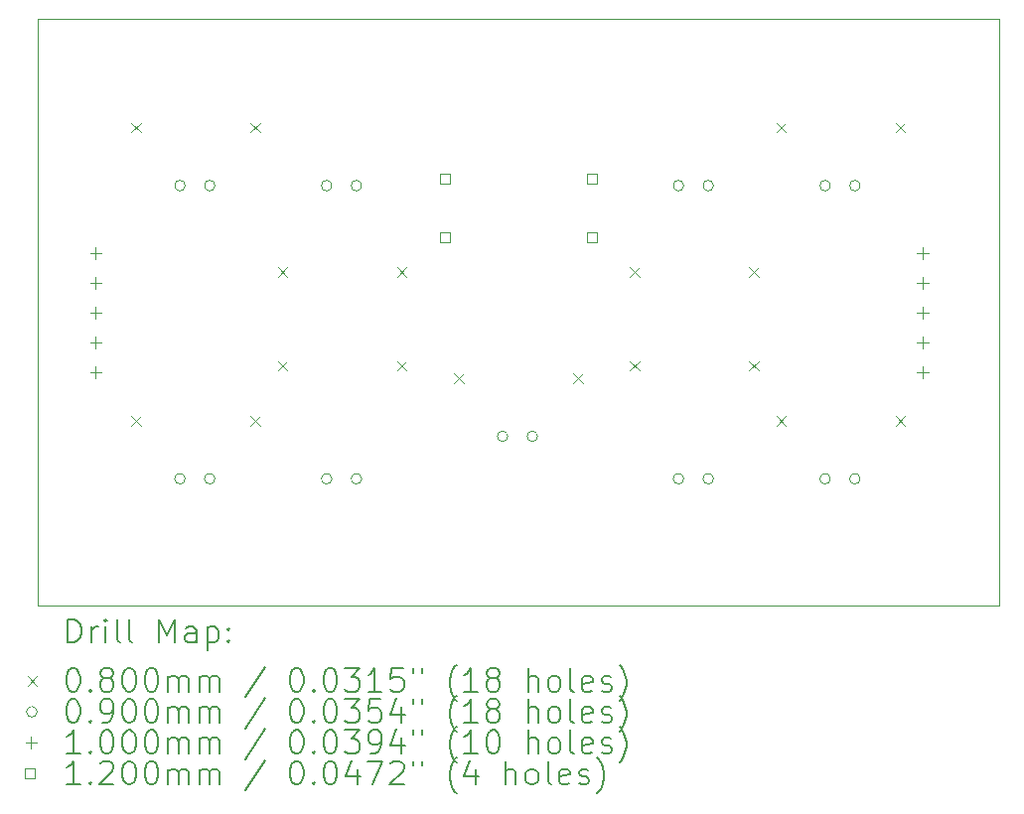
<source format=gbr>
%TF.GenerationSoftware,KiCad,Pcbnew,8.0.5*%
%TF.CreationDate,2025-02-06T11:18:47+08:00*%
%TF.ProjectId,arduino_solar_bikelight_2,61726475-696e-46f5-9f73-6f6c61725f62,rev?*%
%TF.SameCoordinates,Original*%
%TF.FileFunction,Drillmap*%
%TF.FilePolarity,Positive*%
%FSLAX45Y45*%
G04 Gerber Fmt 4.5, Leading zero omitted, Abs format (unit mm)*
G04 Created by KiCad (PCBNEW 8.0.5) date 2025-02-06 11:18:47*
%MOMM*%
%LPD*%
G01*
G04 APERTURE LIST*
%ADD10C,0.050000*%
%ADD11C,0.200000*%
%ADD12C,0.100000*%
%ADD13C,0.120000*%
G04 APERTURE END LIST*
D10*
X12266500Y-3683000D02*
X20466500Y-3683000D01*
X20466500Y-8683000D01*
X12266500Y-8683000D01*
X12266500Y-3683000D01*
D11*
D12*
X13068500Y-4566000D02*
X13148500Y-4646000D01*
X13148500Y-4566000D02*
X13068500Y-4646000D01*
X13068500Y-7066000D02*
X13148500Y-7146000D01*
X13148500Y-7066000D02*
X13068500Y-7146000D01*
X14084500Y-4566000D02*
X14164500Y-4646000D01*
X14164500Y-4566000D02*
X14084500Y-4646000D01*
X14084500Y-7066000D02*
X14164500Y-7146000D01*
X14164500Y-7066000D02*
X14084500Y-7146000D01*
X14318500Y-5799500D02*
X14398500Y-5879500D01*
X14398500Y-5799500D02*
X14318500Y-5879500D01*
X14318500Y-6599500D02*
X14398500Y-6679500D01*
X14398500Y-6599500D02*
X14318500Y-6679500D01*
X15334500Y-5799500D02*
X15414500Y-5879500D01*
X15414500Y-5799500D02*
X15334500Y-5879500D01*
X15334500Y-6599500D02*
X15414500Y-6679500D01*
X15414500Y-6599500D02*
X15334500Y-6679500D01*
X15818500Y-6704500D02*
X15898500Y-6784500D01*
X15898500Y-6704500D02*
X15818500Y-6784500D01*
X16834500Y-6704500D02*
X16914500Y-6784500D01*
X16914500Y-6704500D02*
X16834500Y-6784500D01*
X17318500Y-5799500D02*
X17398500Y-5879500D01*
X17398500Y-5799500D02*
X17318500Y-5879500D01*
X17318500Y-6599500D02*
X17398500Y-6679500D01*
X17398500Y-6599500D02*
X17318500Y-6679500D01*
X18334500Y-5799500D02*
X18414500Y-5879500D01*
X18414500Y-5799500D02*
X18334500Y-5879500D01*
X18334500Y-6599500D02*
X18414500Y-6679500D01*
X18414500Y-6599500D02*
X18334500Y-6679500D01*
X18568500Y-4566000D02*
X18648500Y-4646000D01*
X18648500Y-4566000D02*
X18568500Y-4646000D01*
X18568500Y-7066000D02*
X18648500Y-7146000D01*
X18648500Y-7066000D02*
X18568500Y-7146000D01*
X19584500Y-4566000D02*
X19664500Y-4646000D01*
X19664500Y-4566000D02*
X19584500Y-4646000D01*
X19584500Y-7066000D02*
X19664500Y-7146000D01*
X19664500Y-7066000D02*
X19584500Y-7146000D01*
X13526500Y-5101000D02*
G75*
G02*
X13436500Y-5101000I-45000J0D01*
G01*
X13436500Y-5101000D02*
G75*
G02*
X13526500Y-5101000I45000J0D01*
G01*
X13526500Y-7601000D02*
G75*
G02*
X13436500Y-7601000I-45000J0D01*
G01*
X13436500Y-7601000D02*
G75*
G02*
X13526500Y-7601000I45000J0D01*
G01*
X13780500Y-5101000D02*
G75*
G02*
X13690500Y-5101000I-45000J0D01*
G01*
X13690500Y-5101000D02*
G75*
G02*
X13780500Y-5101000I45000J0D01*
G01*
X13780500Y-7601000D02*
G75*
G02*
X13690500Y-7601000I-45000J0D01*
G01*
X13690500Y-7601000D02*
G75*
G02*
X13780500Y-7601000I45000J0D01*
G01*
X14776500Y-5101000D02*
G75*
G02*
X14686500Y-5101000I-45000J0D01*
G01*
X14686500Y-5101000D02*
G75*
G02*
X14776500Y-5101000I45000J0D01*
G01*
X14776500Y-7601000D02*
G75*
G02*
X14686500Y-7601000I-45000J0D01*
G01*
X14686500Y-7601000D02*
G75*
G02*
X14776500Y-7601000I45000J0D01*
G01*
X15030500Y-5101000D02*
G75*
G02*
X14940500Y-5101000I-45000J0D01*
G01*
X14940500Y-5101000D02*
G75*
G02*
X15030500Y-5101000I45000J0D01*
G01*
X15030500Y-7601000D02*
G75*
G02*
X14940500Y-7601000I-45000J0D01*
G01*
X14940500Y-7601000D02*
G75*
G02*
X15030500Y-7601000I45000J0D01*
G01*
X16276500Y-7239500D02*
G75*
G02*
X16186500Y-7239500I-45000J0D01*
G01*
X16186500Y-7239500D02*
G75*
G02*
X16276500Y-7239500I45000J0D01*
G01*
X16530500Y-7239500D02*
G75*
G02*
X16440500Y-7239500I-45000J0D01*
G01*
X16440500Y-7239500D02*
G75*
G02*
X16530500Y-7239500I45000J0D01*
G01*
X17776500Y-5101000D02*
G75*
G02*
X17686500Y-5101000I-45000J0D01*
G01*
X17686500Y-5101000D02*
G75*
G02*
X17776500Y-5101000I45000J0D01*
G01*
X17776500Y-7601000D02*
G75*
G02*
X17686500Y-7601000I-45000J0D01*
G01*
X17686500Y-7601000D02*
G75*
G02*
X17776500Y-7601000I45000J0D01*
G01*
X18030500Y-5101000D02*
G75*
G02*
X17940500Y-5101000I-45000J0D01*
G01*
X17940500Y-5101000D02*
G75*
G02*
X18030500Y-5101000I45000J0D01*
G01*
X18030500Y-7601000D02*
G75*
G02*
X17940500Y-7601000I-45000J0D01*
G01*
X17940500Y-7601000D02*
G75*
G02*
X18030500Y-7601000I45000J0D01*
G01*
X19026500Y-5101000D02*
G75*
G02*
X18936500Y-5101000I-45000J0D01*
G01*
X18936500Y-5101000D02*
G75*
G02*
X19026500Y-5101000I45000J0D01*
G01*
X19026500Y-7601000D02*
G75*
G02*
X18936500Y-7601000I-45000J0D01*
G01*
X18936500Y-7601000D02*
G75*
G02*
X19026500Y-7601000I45000J0D01*
G01*
X19280500Y-5101000D02*
G75*
G02*
X19190500Y-5101000I-45000J0D01*
G01*
X19190500Y-5101000D02*
G75*
G02*
X19280500Y-5101000I45000J0D01*
G01*
X19280500Y-7601000D02*
G75*
G02*
X19190500Y-7601000I-45000J0D01*
G01*
X19190500Y-7601000D02*
G75*
G02*
X19280500Y-7601000I45000J0D01*
G01*
X12764000Y-5628000D02*
X12764000Y-5728000D01*
X12714000Y-5678000D02*
X12814000Y-5678000D01*
X12764000Y-5882000D02*
X12764000Y-5982000D01*
X12714000Y-5932000D02*
X12814000Y-5932000D01*
X12764000Y-6136000D02*
X12764000Y-6236000D01*
X12714000Y-6186000D02*
X12814000Y-6186000D01*
X12764000Y-6390000D02*
X12764000Y-6490000D01*
X12714000Y-6440000D02*
X12814000Y-6440000D01*
X12764000Y-6644000D02*
X12764000Y-6744000D01*
X12714000Y-6694000D02*
X12814000Y-6694000D01*
X19814000Y-5628000D02*
X19814000Y-5728000D01*
X19764000Y-5678000D02*
X19864000Y-5678000D01*
X19814000Y-5882000D02*
X19814000Y-5982000D01*
X19764000Y-5932000D02*
X19864000Y-5932000D01*
X19814000Y-6136000D02*
X19814000Y-6236000D01*
X19764000Y-6186000D02*
X19864000Y-6186000D01*
X19814000Y-6390000D02*
X19814000Y-6490000D01*
X19764000Y-6440000D02*
X19864000Y-6440000D01*
X19814000Y-6644000D02*
X19814000Y-6744000D01*
X19764000Y-6694000D02*
X19864000Y-6694000D01*
D13*
X15783927Y-5081927D02*
X15783927Y-4997073D01*
X15699073Y-4997073D01*
X15699073Y-5081927D01*
X15783927Y-5081927D01*
X15783927Y-5581927D02*
X15783927Y-5497073D01*
X15699073Y-5497073D01*
X15699073Y-5581927D01*
X15783927Y-5581927D01*
X17033927Y-5081927D02*
X17033927Y-4997073D01*
X16949073Y-4997073D01*
X16949073Y-5081927D01*
X17033927Y-5081927D01*
X17033927Y-5581927D02*
X17033927Y-5497073D01*
X16949073Y-5497073D01*
X16949073Y-5581927D01*
X17033927Y-5581927D01*
D11*
X12524777Y-8996984D02*
X12524777Y-8796984D01*
X12524777Y-8796984D02*
X12572396Y-8796984D01*
X12572396Y-8796984D02*
X12600967Y-8806508D01*
X12600967Y-8806508D02*
X12620015Y-8825555D01*
X12620015Y-8825555D02*
X12629539Y-8844603D01*
X12629539Y-8844603D02*
X12639062Y-8882698D01*
X12639062Y-8882698D02*
X12639062Y-8911270D01*
X12639062Y-8911270D02*
X12629539Y-8949365D01*
X12629539Y-8949365D02*
X12620015Y-8968412D01*
X12620015Y-8968412D02*
X12600967Y-8987460D01*
X12600967Y-8987460D02*
X12572396Y-8996984D01*
X12572396Y-8996984D02*
X12524777Y-8996984D01*
X12724777Y-8996984D02*
X12724777Y-8863650D01*
X12724777Y-8901746D02*
X12734301Y-8882698D01*
X12734301Y-8882698D02*
X12743824Y-8873174D01*
X12743824Y-8873174D02*
X12762872Y-8863650D01*
X12762872Y-8863650D02*
X12781920Y-8863650D01*
X12848586Y-8996984D02*
X12848586Y-8863650D01*
X12848586Y-8796984D02*
X12839062Y-8806508D01*
X12839062Y-8806508D02*
X12848586Y-8816031D01*
X12848586Y-8816031D02*
X12858110Y-8806508D01*
X12858110Y-8806508D02*
X12848586Y-8796984D01*
X12848586Y-8796984D02*
X12848586Y-8816031D01*
X12972396Y-8996984D02*
X12953348Y-8987460D01*
X12953348Y-8987460D02*
X12943824Y-8968412D01*
X12943824Y-8968412D02*
X12943824Y-8796984D01*
X13077158Y-8996984D02*
X13058110Y-8987460D01*
X13058110Y-8987460D02*
X13048586Y-8968412D01*
X13048586Y-8968412D02*
X13048586Y-8796984D01*
X13305729Y-8996984D02*
X13305729Y-8796984D01*
X13305729Y-8796984D02*
X13372396Y-8939841D01*
X13372396Y-8939841D02*
X13439062Y-8796984D01*
X13439062Y-8796984D02*
X13439062Y-8996984D01*
X13620015Y-8996984D02*
X13620015Y-8892222D01*
X13620015Y-8892222D02*
X13610491Y-8873174D01*
X13610491Y-8873174D02*
X13591443Y-8863650D01*
X13591443Y-8863650D02*
X13553348Y-8863650D01*
X13553348Y-8863650D02*
X13534301Y-8873174D01*
X13620015Y-8987460D02*
X13600967Y-8996984D01*
X13600967Y-8996984D02*
X13553348Y-8996984D01*
X13553348Y-8996984D02*
X13534301Y-8987460D01*
X13534301Y-8987460D02*
X13524777Y-8968412D01*
X13524777Y-8968412D02*
X13524777Y-8949365D01*
X13524777Y-8949365D02*
X13534301Y-8930317D01*
X13534301Y-8930317D02*
X13553348Y-8920793D01*
X13553348Y-8920793D02*
X13600967Y-8920793D01*
X13600967Y-8920793D02*
X13620015Y-8911270D01*
X13715253Y-8863650D02*
X13715253Y-9063650D01*
X13715253Y-8873174D02*
X13734301Y-8863650D01*
X13734301Y-8863650D02*
X13772396Y-8863650D01*
X13772396Y-8863650D02*
X13791443Y-8873174D01*
X13791443Y-8873174D02*
X13800967Y-8882698D01*
X13800967Y-8882698D02*
X13810491Y-8901746D01*
X13810491Y-8901746D02*
X13810491Y-8958889D01*
X13810491Y-8958889D02*
X13800967Y-8977936D01*
X13800967Y-8977936D02*
X13791443Y-8987460D01*
X13791443Y-8987460D02*
X13772396Y-8996984D01*
X13772396Y-8996984D02*
X13734301Y-8996984D01*
X13734301Y-8996984D02*
X13715253Y-8987460D01*
X13896205Y-8977936D02*
X13905729Y-8987460D01*
X13905729Y-8987460D02*
X13896205Y-8996984D01*
X13896205Y-8996984D02*
X13886682Y-8987460D01*
X13886682Y-8987460D02*
X13896205Y-8977936D01*
X13896205Y-8977936D02*
X13896205Y-8996984D01*
X13896205Y-8873174D02*
X13905729Y-8882698D01*
X13905729Y-8882698D02*
X13896205Y-8892222D01*
X13896205Y-8892222D02*
X13886682Y-8882698D01*
X13886682Y-8882698D02*
X13896205Y-8873174D01*
X13896205Y-8873174D02*
X13896205Y-8892222D01*
D12*
X12184000Y-9285500D02*
X12264000Y-9365500D01*
X12264000Y-9285500D02*
X12184000Y-9365500D01*
D11*
X12562872Y-9216984D02*
X12581920Y-9216984D01*
X12581920Y-9216984D02*
X12600967Y-9226508D01*
X12600967Y-9226508D02*
X12610491Y-9236031D01*
X12610491Y-9236031D02*
X12620015Y-9255079D01*
X12620015Y-9255079D02*
X12629539Y-9293174D01*
X12629539Y-9293174D02*
X12629539Y-9340793D01*
X12629539Y-9340793D02*
X12620015Y-9378889D01*
X12620015Y-9378889D02*
X12610491Y-9397936D01*
X12610491Y-9397936D02*
X12600967Y-9407460D01*
X12600967Y-9407460D02*
X12581920Y-9416984D01*
X12581920Y-9416984D02*
X12562872Y-9416984D01*
X12562872Y-9416984D02*
X12543824Y-9407460D01*
X12543824Y-9407460D02*
X12534301Y-9397936D01*
X12534301Y-9397936D02*
X12524777Y-9378889D01*
X12524777Y-9378889D02*
X12515253Y-9340793D01*
X12515253Y-9340793D02*
X12515253Y-9293174D01*
X12515253Y-9293174D02*
X12524777Y-9255079D01*
X12524777Y-9255079D02*
X12534301Y-9236031D01*
X12534301Y-9236031D02*
X12543824Y-9226508D01*
X12543824Y-9226508D02*
X12562872Y-9216984D01*
X12715253Y-9397936D02*
X12724777Y-9407460D01*
X12724777Y-9407460D02*
X12715253Y-9416984D01*
X12715253Y-9416984D02*
X12705729Y-9407460D01*
X12705729Y-9407460D02*
X12715253Y-9397936D01*
X12715253Y-9397936D02*
X12715253Y-9416984D01*
X12839062Y-9302698D02*
X12820015Y-9293174D01*
X12820015Y-9293174D02*
X12810491Y-9283650D01*
X12810491Y-9283650D02*
X12800967Y-9264603D01*
X12800967Y-9264603D02*
X12800967Y-9255079D01*
X12800967Y-9255079D02*
X12810491Y-9236031D01*
X12810491Y-9236031D02*
X12820015Y-9226508D01*
X12820015Y-9226508D02*
X12839062Y-9216984D01*
X12839062Y-9216984D02*
X12877158Y-9216984D01*
X12877158Y-9216984D02*
X12896205Y-9226508D01*
X12896205Y-9226508D02*
X12905729Y-9236031D01*
X12905729Y-9236031D02*
X12915253Y-9255079D01*
X12915253Y-9255079D02*
X12915253Y-9264603D01*
X12915253Y-9264603D02*
X12905729Y-9283650D01*
X12905729Y-9283650D02*
X12896205Y-9293174D01*
X12896205Y-9293174D02*
X12877158Y-9302698D01*
X12877158Y-9302698D02*
X12839062Y-9302698D01*
X12839062Y-9302698D02*
X12820015Y-9312222D01*
X12820015Y-9312222D02*
X12810491Y-9321746D01*
X12810491Y-9321746D02*
X12800967Y-9340793D01*
X12800967Y-9340793D02*
X12800967Y-9378889D01*
X12800967Y-9378889D02*
X12810491Y-9397936D01*
X12810491Y-9397936D02*
X12820015Y-9407460D01*
X12820015Y-9407460D02*
X12839062Y-9416984D01*
X12839062Y-9416984D02*
X12877158Y-9416984D01*
X12877158Y-9416984D02*
X12896205Y-9407460D01*
X12896205Y-9407460D02*
X12905729Y-9397936D01*
X12905729Y-9397936D02*
X12915253Y-9378889D01*
X12915253Y-9378889D02*
X12915253Y-9340793D01*
X12915253Y-9340793D02*
X12905729Y-9321746D01*
X12905729Y-9321746D02*
X12896205Y-9312222D01*
X12896205Y-9312222D02*
X12877158Y-9302698D01*
X13039062Y-9216984D02*
X13058110Y-9216984D01*
X13058110Y-9216984D02*
X13077158Y-9226508D01*
X13077158Y-9226508D02*
X13086682Y-9236031D01*
X13086682Y-9236031D02*
X13096205Y-9255079D01*
X13096205Y-9255079D02*
X13105729Y-9293174D01*
X13105729Y-9293174D02*
X13105729Y-9340793D01*
X13105729Y-9340793D02*
X13096205Y-9378889D01*
X13096205Y-9378889D02*
X13086682Y-9397936D01*
X13086682Y-9397936D02*
X13077158Y-9407460D01*
X13077158Y-9407460D02*
X13058110Y-9416984D01*
X13058110Y-9416984D02*
X13039062Y-9416984D01*
X13039062Y-9416984D02*
X13020015Y-9407460D01*
X13020015Y-9407460D02*
X13010491Y-9397936D01*
X13010491Y-9397936D02*
X13000967Y-9378889D01*
X13000967Y-9378889D02*
X12991443Y-9340793D01*
X12991443Y-9340793D02*
X12991443Y-9293174D01*
X12991443Y-9293174D02*
X13000967Y-9255079D01*
X13000967Y-9255079D02*
X13010491Y-9236031D01*
X13010491Y-9236031D02*
X13020015Y-9226508D01*
X13020015Y-9226508D02*
X13039062Y-9216984D01*
X13229539Y-9216984D02*
X13248586Y-9216984D01*
X13248586Y-9216984D02*
X13267634Y-9226508D01*
X13267634Y-9226508D02*
X13277158Y-9236031D01*
X13277158Y-9236031D02*
X13286682Y-9255079D01*
X13286682Y-9255079D02*
X13296205Y-9293174D01*
X13296205Y-9293174D02*
X13296205Y-9340793D01*
X13296205Y-9340793D02*
X13286682Y-9378889D01*
X13286682Y-9378889D02*
X13277158Y-9397936D01*
X13277158Y-9397936D02*
X13267634Y-9407460D01*
X13267634Y-9407460D02*
X13248586Y-9416984D01*
X13248586Y-9416984D02*
X13229539Y-9416984D01*
X13229539Y-9416984D02*
X13210491Y-9407460D01*
X13210491Y-9407460D02*
X13200967Y-9397936D01*
X13200967Y-9397936D02*
X13191443Y-9378889D01*
X13191443Y-9378889D02*
X13181920Y-9340793D01*
X13181920Y-9340793D02*
X13181920Y-9293174D01*
X13181920Y-9293174D02*
X13191443Y-9255079D01*
X13191443Y-9255079D02*
X13200967Y-9236031D01*
X13200967Y-9236031D02*
X13210491Y-9226508D01*
X13210491Y-9226508D02*
X13229539Y-9216984D01*
X13381920Y-9416984D02*
X13381920Y-9283650D01*
X13381920Y-9302698D02*
X13391443Y-9293174D01*
X13391443Y-9293174D02*
X13410491Y-9283650D01*
X13410491Y-9283650D02*
X13439063Y-9283650D01*
X13439063Y-9283650D02*
X13458110Y-9293174D01*
X13458110Y-9293174D02*
X13467634Y-9312222D01*
X13467634Y-9312222D02*
X13467634Y-9416984D01*
X13467634Y-9312222D02*
X13477158Y-9293174D01*
X13477158Y-9293174D02*
X13496205Y-9283650D01*
X13496205Y-9283650D02*
X13524777Y-9283650D01*
X13524777Y-9283650D02*
X13543824Y-9293174D01*
X13543824Y-9293174D02*
X13553348Y-9312222D01*
X13553348Y-9312222D02*
X13553348Y-9416984D01*
X13648586Y-9416984D02*
X13648586Y-9283650D01*
X13648586Y-9302698D02*
X13658110Y-9293174D01*
X13658110Y-9293174D02*
X13677158Y-9283650D01*
X13677158Y-9283650D02*
X13705729Y-9283650D01*
X13705729Y-9283650D02*
X13724777Y-9293174D01*
X13724777Y-9293174D02*
X13734301Y-9312222D01*
X13734301Y-9312222D02*
X13734301Y-9416984D01*
X13734301Y-9312222D02*
X13743824Y-9293174D01*
X13743824Y-9293174D02*
X13762872Y-9283650D01*
X13762872Y-9283650D02*
X13791443Y-9283650D01*
X13791443Y-9283650D02*
X13810491Y-9293174D01*
X13810491Y-9293174D02*
X13820015Y-9312222D01*
X13820015Y-9312222D02*
X13820015Y-9416984D01*
X14210491Y-9207460D02*
X14039063Y-9464603D01*
X14467634Y-9216984D02*
X14486682Y-9216984D01*
X14486682Y-9216984D02*
X14505729Y-9226508D01*
X14505729Y-9226508D02*
X14515253Y-9236031D01*
X14515253Y-9236031D02*
X14524777Y-9255079D01*
X14524777Y-9255079D02*
X14534301Y-9293174D01*
X14534301Y-9293174D02*
X14534301Y-9340793D01*
X14534301Y-9340793D02*
X14524777Y-9378889D01*
X14524777Y-9378889D02*
X14515253Y-9397936D01*
X14515253Y-9397936D02*
X14505729Y-9407460D01*
X14505729Y-9407460D02*
X14486682Y-9416984D01*
X14486682Y-9416984D02*
X14467634Y-9416984D01*
X14467634Y-9416984D02*
X14448586Y-9407460D01*
X14448586Y-9407460D02*
X14439063Y-9397936D01*
X14439063Y-9397936D02*
X14429539Y-9378889D01*
X14429539Y-9378889D02*
X14420015Y-9340793D01*
X14420015Y-9340793D02*
X14420015Y-9293174D01*
X14420015Y-9293174D02*
X14429539Y-9255079D01*
X14429539Y-9255079D02*
X14439063Y-9236031D01*
X14439063Y-9236031D02*
X14448586Y-9226508D01*
X14448586Y-9226508D02*
X14467634Y-9216984D01*
X14620015Y-9397936D02*
X14629539Y-9407460D01*
X14629539Y-9407460D02*
X14620015Y-9416984D01*
X14620015Y-9416984D02*
X14610491Y-9407460D01*
X14610491Y-9407460D02*
X14620015Y-9397936D01*
X14620015Y-9397936D02*
X14620015Y-9416984D01*
X14753348Y-9216984D02*
X14772396Y-9216984D01*
X14772396Y-9216984D02*
X14791444Y-9226508D01*
X14791444Y-9226508D02*
X14800967Y-9236031D01*
X14800967Y-9236031D02*
X14810491Y-9255079D01*
X14810491Y-9255079D02*
X14820015Y-9293174D01*
X14820015Y-9293174D02*
X14820015Y-9340793D01*
X14820015Y-9340793D02*
X14810491Y-9378889D01*
X14810491Y-9378889D02*
X14800967Y-9397936D01*
X14800967Y-9397936D02*
X14791444Y-9407460D01*
X14791444Y-9407460D02*
X14772396Y-9416984D01*
X14772396Y-9416984D02*
X14753348Y-9416984D01*
X14753348Y-9416984D02*
X14734301Y-9407460D01*
X14734301Y-9407460D02*
X14724777Y-9397936D01*
X14724777Y-9397936D02*
X14715253Y-9378889D01*
X14715253Y-9378889D02*
X14705729Y-9340793D01*
X14705729Y-9340793D02*
X14705729Y-9293174D01*
X14705729Y-9293174D02*
X14715253Y-9255079D01*
X14715253Y-9255079D02*
X14724777Y-9236031D01*
X14724777Y-9236031D02*
X14734301Y-9226508D01*
X14734301Y-9226508D02*
X14753348Y-9216984D01*
X14886682Y-9216984D02*
X15010491Y-9216984D01*
X15010491Y-9216984D02*
X14943825Y-9293174D01*
X14943825Y-9293174D02*
X14972396Y-9293174D01*
X14972396Y-9293174D02*
X14991444Y-9302698D01*
X14991444Y-9302698D02*
X15000967Y-9312222D01*
X15000967Y-9312222D02*
X15010491Y-9331270D01*
X15010491Y-9331270D02*
X15010491Y-9378889D01*
X15010491Y-9378889D02*
X15000967Y-9397936D01*
X15000967Y-9397936D02*
X14991444Y-9407460D01*
X14991444Y-9407460D02*
X14972396Y-9416984D01*
X14972396Y-9416984D02*
X14915253Y-9416984D01*
X14915253Y-9416984D02*
X14896206Y-9407460D01*
X14896206Y-9407460D02*
X14886682Y-9397936D01*
X15200967Y-9416984D02*
X15086682Y-9416984D01*
X15143825Y-9416984D02*
X15143825Y-9216984D01*
X15143825Y-9216984D02*
X15124777Y-9245555D01*
X15124777Y-9245555D02*
X15105729Y-9264603D01*
X15105729Y-9264603D02*
X15086682Y-9274127D01*
X15381920Y-9216984D02*
X15286682Y-9216984D01*
X15286682Y-9216984D02*
X15277158Y-9312222D01*
X15277158Y-9312222D02*
X15286682Y-9302698D01*
X15286682Y-9302698D02*
X15305729Y-9293174D01*
X15305729Y-9293174D02*
X15353348Y-9293174D01*
X15353348Y-9293174D02*
X15372396Y-9302698D01*
X15372396Y-9302698D02*
X15381920Y-9312222D01*
X15381920Y-9312222D02*
X15391444Y-9331270D01*
X15391444Y-9331270D02*
X15391444Y-9378889D01*
X15391444Y-9378889D02*
X15381920Y-9397936D01*
X15381920Y-9397936D02*
X15372396Y-9407460D01*
X15372396Y-9407460D02*
X15353348Y-9416984D01*
X15353348Y-9416984D02*
X15305729Y-9416984D01*
X15305729Y-9416984D02*
X15286682Y-9407460D01*
X15286682Y-9407460D02*
X15277158Y-9397936D01*
X15467634Y-9216984D02*
X15467634Y-9255079D01*
X15543825Y-9216984D02*
X15543825Y-9255079D01*
X15839063Y-9493174D02*
X15829539Y-9483650D01*
X15829539Y-9483650D02*
X15810491Y-9455079D01*
X15810491Y-9455079D02*
X15800968Y-9436031D01*
X15800968Y-9436031D02*
X15791444Y-9407460D01*
X15791444Y-9407460D02*
X15781920Y-9359841D01*
X15781920Y-9359841D02*
X15781920Y-9321746D01*
X15781920Y-9321746D02*
X15791444Y-9274127D01*
X15791444Y-9274127D02*
X15800968Y-9245555D01*
X15800968Y-9245555D02*
X15810491Y-9226508D01*
X15810491Y-9226508D02*
X15829539Y-9197936D01*
X15829539Y-9197936D02*
X15839063Y-9188412D01*
X16020015Y-9416984D02*
X15905729Y-9416984D01*
X15962872Y-9416984D02*
X15962872Y-9216984D01*
X15962872Y-9216984D02*
X15943825Y-9245555D01*
X15943825Y-9245555D02*
X15924777Y-9264603D01*
X15924777Y-9264603D02*
X15905729Y-9274127D01*
X16134301Y-9302698D02*
X16115253Y-9293174D01*
X16115253Y-9293174D02*
X16105729Y-9283650D01*
X16105729Y-9283650D02*
X16096206Y-9264603D01*
X16096206Y-9264603D02*
X16096206Y-9255079D01*
X16096206Y-9255079D02*
X16105729Y-9236031D01*
X16105729Y-9236031D02*
X16115253Y-9226508D01*
X16115253Y-9226508D02*
X16134301Y-9216984D01*
X16134301Y-9216984D02*
X16172396Y-9216984D01*
X16172396Y-9216984D02*
X16191444Y-9226508D01*
X16191444Y-9226508D02*
X16200968Y-9236031D01*
X16200968Y-9236031D02*
X16210491Y-9255079D01*
X16210491Y-9255079D02*
X16210491Y-9264603D01*
X16210491Y-9264603D02*
X16200968Y-9283650D01*
X16200968Y-9283650D02*
X16191444Y-9293174D01*
X16191444Y-9293174D02*
X16172396Y-9302698D01*
X16172396Y-9302698D02*
X16134301Y-9302698D01*
X16134301Y-9302698D02*
X16115253Y-9312222D01*
X16115253Y-9312222D02*
X16105729Y-9321746D01*
X16105729Y-9321746D02*
X16096206Y-9340793D01*
X16096206Y-9340793D02*
X16096206Y-9378889D01*
X16096206Y-9378889D02*
X16105729Y-9397936D01*
X16105729Y-9397936D02*
X16115253Y-9407460D01*
X16115253Y-9407460D02*
X16134301Y-9416984D01*
X16134301Y-9416984D02*
X16172396Y-9416984D01*
X16172396Y-9416984D02*
X16191444Y-9407460D01*
X16191444Y-9407460D02*
X16200968Y-9397936D01*
X16200968Y-9397936D02*
X16210491Y-9378889D01*
X16210491Y-9378889D02*
X16210491Y-9340793D01*
X16210491Y-9340793D02*
X16200968Y-9321746D01*
X16200968Y-9321746D02*
X16191444Y-9312222D01*
X16191444Y-9312222D02*
X16172396Y-9302698D01*
X16448587Y-9416984D02*
X16448587Y-9216984D01*
X16534301Y-9416984D02*
X16534301Y-9312222D01*
X16534301Y-9312222D02*
X16524777Y-9293174D01*
X16524777Y-9293174D02*
X16505730Y-9283650D01*
X16505730Y-9283650D02*
X16477158Y-9283650D01*
X16477158Y-9283650D02*
X16458110Y-9293174D01*
X16458110Y-9293174D02*
X16448587Y-9302698D01*
X16658110Y-9416984D02*
X16639063Y-9407460D01*
X16639063Y-9407460D02*
X16629539Y-9397936D01*
X16629539Y-9397936D02*
X16620015Y-9378889D01*
X16620015Y-9378889D02*
X16620015Y-9321746D01*
X16620015Y-9321746D02*
X16629539Y-9302698D01*
X16629539Y-9302698D02*
X16639063Y-9293174D01*
X16639063Y-9293174D02*
X16658110Y-9283650D01*
X16658110Y-9283650D02*
X16686682Y-9283650D01*
X16686682Y-9283650D02*
X16705730Y-9293174D01*
X16705730Y-9293174D02*
X16715253Y-9302698D01*
X16715253Y-9302698D02*
X16724777Y-9321746D01*
X16724777Y-9321746D02*
X16724777Y-9378889D01*
X16724777Y-9378889D02*
X16715253Y-9397936D01*
X16715253Y-9397936D02*
X16705730Y-9407460D01*
X16705730Y-9407460D02*
X16686682Y-9416984D01*
X16686682Y-9416984D02*
X16658110Y-9416984D01*
X16839063Y-9416984D02*
X16820015Y-9407460D01*
X16820015Y-9407460D02*
X16810492Y-9388412D01*
X16810492Y-9388412D02*
X16810492Y-9216984D01*
X16991444Y-9407460D02*
X16972396Y-9416984D01*
X16972396Y-9416984D02*
X16934301Y-9416984D01*
X16934301Y-9416984D02*
X16915253Y-9407460D01*
X16915253Y-9407460D02*
X16905730Y-9388412D01*
X16905730Y-9388412D02*
X16905730Y-9312222D01*
X16905730Y-9312222D02*
X16915253Y-9293174D01*
X16915253Y-9293174D02*
X16934301Y-9283650D01*
X16934301Y-9283650D02*
X16972396Y-9283650D01*
X16972396Y-9283650D02*
X16991444Y-9293174D01*
X16991444Y-9293174D02*
X17000968Y-9312222D01*
X17000968Y-9312222D02*
X17000968Y-9331270D01*
X17000968Y-9331270D02*
X16905730Y-9350317D01*
X17077158Y-9407460D02*
X17096206Y-9416984D01*
X17096206Y-9416984D02*
X17134301Y-9416984D01*
X17134301Y-9416984D02*
X17153349Y-9407460D01*
X17153349Y-9407460D02*
X17162873Y-9388412D01*
X17162873Y-9388412D02*
X17162873Y-9378889D01*
X17162873Y-9378889D02*
X17153349Y-9359841D01*
X17153349Y-9359841D02*
X17134301Y-9350317D01*
X17134301Y-9350317D02*
X17105730Y-9350317D01*
X17105730Y-9350317D02*
X17086682Y-9340793D01*
X17086682Y-9340793D02*
X17077158Y-9321746D01*
X17077158Y-9321746D02*
X17077158Y-9312222D01*
X17077158Y-9312222D02*
X17086682Y-9293174D01*
X17086682Y-9293174D02*
X17105730Y-9283650D01*
X17105730Y-9283650D02*
X17134301Y-9283650D01*
X17134301Y-9283650D02*
X17153349Y-9293174D01*
X17229539Y-9493174D02*
X17239063Y-9483650D01*
X17239063Y-9483650D02*
X17258111Y-9455079D01*
X17258111Y-9455079D02*
X17267634Y-9436031D01*
X17267634Y-9436031D02*
X17277158Y-9407460D01*
X17277158Y-9407460D02*
X17286682Y-9359841D01*
X17286682Y-9359841D02*
X17286682Y-9321746D01*
X17286682Y-9321746D02*
X17277158Y-9274127D01*
X17277158Y-9274127D02*
X17267634Y-9245555D01*
X17267634Y-9245555D02*
X17258111Y-9226508D01*
X17258111Y-9226508D02*
X17239063Y-9197936D01*
X17239063Y-9197936D02*
X17229539Y-9188412D01*
D12*
X12264000Y-9589500D02*
G75*
G02*
X12174000Y-9589500I-45000J0D01*
G01*
X12174000Y-9589500D02*
G75*
G02*
X12264000Y-9589500I45000J0D01*
G01*
D11*
X12562872Y-9480984D02*
X12581920Y-9480984D01*
X12581920Y-9480984D02*
X12600967Y-9490508D01*
X12600967Y-9490508D02*
X12610491Y-9500031D01*
X12610491Y-9500031D02*
X12620015Y-9519079D01*
X12620015Y-9519079D02*
X12629539Y-9557174D01*
X12629539Y-9557174D02*
X12629539Y-9604793D01*
X12629539Y-9604793D02*
X12620015Y-9642889D01*
X12620015Y-9642889D02*
X12610491Y-9661936D01*
X12610491Y-9661936D02*
X12600967Y-9671460D01*
X12600967Y-9671460D02*
X12581920Y-9680984D01*
X12581920Y-9680984D02*
X12562872Y-9680984D01*
X12562872Y-9680984D02*
X12543824Y-9671460D01*
X12543824Y-9671460D02*
X12534301Y-9661936D01*
X12534301Y-9661936D02*
X12524777Y-9642889D01*
X12524777Y-9642889D02*
X12515253Y-9604793D01*
X12515253Y-9604793D02*
X12515253Y-9557174D01*
X12515253Y-9557174D02*
X12524777Y-9519079D01*
X12524777Y-9519079D02*
X12534301Y-9500031D01*
X12534301Y-9500031D02*
X12543824Y-9490508D01*
X12543824Y-9490508D02*
X12562872Y-9480984D01*
X12715253Y-9661936D02*
X12724777Y-9671460D01*
X12724777Y-9671460D02*
X12715253Y-9680984D01*
X12715253Y-9680984D02*
X12705729Y-9671460D01*
X12705729Y-9671460D02*
X12715253Y-9661936D01*
X12715253Y-9661936D02*
X12715253Y-9680984D01*
X12820015Y-9680984D02*
X12858110Y-9680984D01*
X12858110Y-9680984D02*
X12877158Y-9671460D01*
X12877158Y-9671460D02*
X12886682Y-9661936D01*
X12886682Y-9661936D02*
X12905729Y-9633365D01*
X12905729Y-9633365D02*
X12915253Y-9595270D01*
X12915253Y-9595270D02*
X12915253Y-9519079D01*
X12915253Y-9519079D02*
X12905729Y-9500031D01*
X12905729Y-9500031D02*
X12896205Y-9490508D01*
X12896205Y-9490508D02*
X12877158Y-9480984D01*
X12877158Y-9480984D02*
X12839062Y-9480984D01*
X12839062Y-9480984D02*
X12820015Y-9490508D01*
X12820015Y-9490508D02*
X12810491Y-9500031D01*
X12810491Y-9500031D02*
X12800967Y-9519079D01*
X12800967Y-9519079D02*
X12800967Y-9566698D01*
X12800967Y-9566698D02*
X12810491Y-9585746D01*
X12810491Y-9585746D02*
X12820015Y-9595270D01*
X12820015Y-9595270D02*
X12839062Y-9604793D01*
X12839062Y-9604793D02*
X12877158Y-9604793D01*
X12877158Y-9604793D02*
X12896205Y-9595270D01*
X12896205Y-9595270D02*
X12905729Y-9585746D01*
X12905729Y-9585746D02*
X12915253Y-9566698D01*
X13039062Y-9480984D02*
X13058110Y-9480984D01*
X13058110Y-9480984D02*
X13077158Y-9490508D01*
X13077158Y-9490508D02*
X13086682Y-9500031D01*
X13086682Y-9500031D02*
X13096205Y-9519079D01*
X13096205Y-9519079D02*
X13105729Y-9557174D01*
X13105729Y-9557174D02*
X13105729Y-9604793D01*
X13105729Y-9604793D02*
X13096205Y-9642889D01*
X13096205Y-9642889D02*
X13086682Y-9661936D01*
X13086682Y-9661936D02*
X13077158Y-9671460D01*
X13077158Y-9671460D02*
X13058110Y-9680984D01*
X13058110Y-9680984D02*
X13039062Y-9680984D01*
X13039062Y-9680984D02*
X13020015Y-9671460D01*
X13020015Y-9671460D02*
X13010491Y-9661936D01*
X13010491Y-9661936D02*
X13000967Y-9642889D01*
X13000967Y-9642889D02*
X12991443Y-9604793D01*
X12991443Y-9604793D02*
X12991443Y-9557174D01*
X12991443Y-9557174D02*
X13000967Y-9519079D01*
X13000967Y-9519079D02*
X13010491Y-9500031D01*
X13010491Y-9500031D02*
X13020015Y-9490508D01*
X13020015Y-9490508D02*
X13039062Y-9480984D01*
X13229539Y-9480984D02*
X13248586Y-9480984D01*
X13248586Y-9480984D02*
X13267634Y-9490508D01*
X13267634Y-9490508D02*
X13277158Y-9500031D01*
X13277158Y-9500031D02*
X13286682Y-9519079D01*
X13286682Y-9519079D02*
X13296205Y-9557174D01*
X13296205Y-9557174D02*
X13296205Y-9604793D01*
X13296205Y-9604793D02*
X13286682Y-9642889D01*
X13286682Y-9642889D02*
X13277158Y-9661936D01*
X13277158Y-9661936D02*
X13267634Y-9671460D01*
X13267634Y-9671460D02*
X13248586Y-9680984D01*
X13248586Y-9680984D02*
X13229539Y-9680984D01*
X13229539Y-9680984D02*
X13210491Y-9671460D01*
X13210491Y-9671460D02*
X13200967Y-9661936D01*
X13200967Y-9661936D02*
X13191443Y-9642889D01*
X13191443Y-9642889D02*
X13181920Y-9604793D01*
X13181920Y-9604793D02*
X13181920Y-9557174D01*
X13181920Y-9557174D02*
X13191443Y-9519079D01*
X13191443Y-9519079D02*
X13200967Y-9500031D01*
X13200967Y-9500031D02*
X13210491Y-9490508D01*
X13210491Y-9490508D02*
X13229539Y-9480984D01*
X13381920Y-9680984D02*
X13381920Y-9547650D01*
X13381920Y-9566698D02*
X13391443Y-9557174D01*
X13391443Y-9557174D02*
X13410491Y-9547650D01*
X13410491Y-9547650D02*
X13439063Y-9547650D01*
X13439063Y-9547650D02*
X13458110Y-9557174D01*
X13458110Y-9557174D02*
X13467634Y-9576222D01*
X13467634Y-9576222D02*
X13467634Y-9680984D01*
X13467634Y-9576222D02*
X13477158Y-9557174D01*
X13477158Y-9557174D02*
X13496205Y-9547650D01*
X13496205Y-9547650D02*
X13524777Y-9547650D01*
X13524777Y-9547650D02*
X13543824Y-9557174D01*
X13543824Y-9557174D02*
X13553348Y-9576222D01*
X13553348Y-9576222D02*
X13553348Y-9680984D01*
X13648586Y-9680984D02*
X13648586Y-9547650D01*
X13648586Y-9566698D02*
X13658110Y-9557174D01*
X13658110Y-9557174D02*
X13677158Y-9547650D01*
X13677158Y-9547650D02*
X13705729Y-9547650D01*
X13705729Y-9547650D02*
X13724777Y-9557174D01*
X13724777Y-9557174D02*
X13734301Y-9576222D01*
X13734301Y-9576222D02*
X13734301Y-9680984D01*
X13734301Y-9576222D02*
X13743824Y-9557174D01*
X13743824Y-9557174D02*
X13762872Y-9547650D01*
X13762872Y-9547650D02*
X13791443Y-9547650D01*
X13791443Y-9547650D02*
X13810491Y-9557174D01*
X13810491Y-9557174D02*
X13820015Y-9576222D01*
X13820015Y-9576222D02*
X13820015Y-9680984D01*
X14210491Y-9471460D02*
X14039063Y-9728603D01*
X14467634Y-9480984D02*
X14486682Y-9480984D01*
X14486682Y-9480984D02*
X14505729Y-9490508D01*
X14505729Y-9490508D02*
X14515253Y-9500031D01*
X14515253Y-9500031D02*
X14524777Y-9519079D01*
X14524777Y-9519079D02*
X14534301Y-9557174D01*
X14534301Y-9557174D02*
X14534301Y-9604793D01*
X14534301Y-9604793D02*
X14524777Y-9642889D01*
X14524777Y-9642889D02*
X14515253Y-9661936D01*
X14515253Y-9661936D02*
X14505729Y-9671460D01*
X14505729Y-9671460D02*
X14486682Y-9680984D01*
X14486682Y-9680984D02*
X14467634Y-9680984D01*
X14467634Y-9680984D02*
X14448586Y-9671460D01*
X14448586Y-9671460D02*
X14439063Y-9661936D01*
X14439063Y-9661936D02*
X14429539Y-9642889D01*
X14429539Y-9642889D02*
X14420015Y-9604793D01*
X14420015Y-9604793D02*
X14420015Y-9557174D01*
X14420015Y-9557174D02*
X14429539Y-9519079D01*
X14429539Y-9519079D02*
X14439063Y-9500031D01*
X14439063Y-9500031D02*
X14448586Y-9490508D01*
X14448586Y-9490508D02*
X14467634Y-9480984D01*
X14620015Y-9661936D02*
X14629539Y-9671460D01*
X14629539Y-9671460D02*
X14620015Y-9680984D01*
X14620015Y-9680984D02*
X14610491Y-9671460D01*
X14610491Y-9671460D02*
X14620015Y-9661936D01*
X14620015Y-9661936D02*
X14620015Y-9680984D01*
X14753348Y-9480984D02*
X14772396Y-9480984D01*
X14772396Y-9480984D02*
X14791444Y-9490508D01*
X14791444Y-9490508D02*
X14800967Y-9500031D01*
X14800967Y-9500031D02*
X14810491Y-9519079D01*
X14810491Y-9519079D02*
X14820015Y-9557174D01*
X14820015Y-9557174D02*
X14820015Y-9604793D01*
X14820015Y-9604793D02*
X14810491Y-9642889D01*
X14810491Y-9642889D02*
X14800967Y-9661936D01*
X14800967Y-9661936D02*
X14791444Y-9671460D01*
X14791444Y-9671460D02*
X14772396Y-9680984D01*
X14772396Y-9680984D02*
X14753348Y-9680984D01*
X14753348Y-9680984D02*
X14734301Y-9671460D01*
X14734301Y-9671460D02*
X14724777Y-9661936D01*
X14724777Y-9661936D02*
X14715253Y-9642889D01*
X14715253Y-9642889D02*
X14705729Y-9604793D01*
X14705729Y-9604793D02*
X14705729Y-9557174D01*
X14705729Y-9557174D02*
X14715253Y-9519079D01*
X14715253Y-9519079D02*
X14724777Y-9500031D01*
X14724777Y-9500031D02*
X14734301Y-9490508D01*
X14734301Y-9490508D02*
X14753348Y-9480984D01*
X14886682Y-9480984D02*
X15010491Y-9480984D01*
X15010491Y-9480984D02*
X14943825Y-9557174D01*
X14943825Y-9557174D02*
X14972396Y-9557174D01*
X14972396Y-9557174D02*
X14991444Y-9566698D01*
X14991444Y-9566698D02*
X15000967Y-9576222D01*
X15000967Y-9576222D02*
X15010491Y-9595270D01*
X15010491Y-9595270D02*
X15010491Y-9642889D01*
X15010491Y-9642889D02*
X15000967Y-9661936D01*
X15000967Y-9661936D02*
X14991444Y-9671460D01*
X14991444Y-9671460D02*
X14972396Y-9680984D01*
X14972396Y-9680984D02*
X14915253Y-9680984D01*
X14915253Y-9680984D02*
X14896206Y-9671460D01*
X14896206Y-9671460D02*
X14886682Y-9661936D01*
X15191444Y-9480984D02*
X15096206Y-9480984D01*
X15096206Y-9480984D02*
X15086682Y-9576222D01*
X15086682Y-9576222D02*
X15096206Y-9566698D01*
X15096206Y-9566698D02*
X15115253Y-9557174D01*
X15115253Y-9557174D02*
X15162872Y-9557174D01*
X15162872Y-9557174D02*
X15181920Y-9566698D01*
X15181920Y-9566698D02*
X15191444Y-9576222D01*
X15191444Y-9576222D02*
X15200967Y-9595270D01*
X15200967Y-9595270D02*
X15200967Y-9642889D01*
X15200967Y-9642889D02*
X15191444Y-9661936D01*
X15191444Y-9661936D02*
X15181920Y-9671460D01*
X15181920Y-9671460D02*
X15162872Y-9680984D01*
X15162872Y-9680984D02*
X15115253Y-9680984D01*
X15115253Y-9680984D02*
X15096206Y-9671460D01*
X15096206Y-9671460D02*
X15086682Y-9661936D01*
X15372396Y-9547650D02*
X15372396Y-9680984D01*
X15324777Y-9471460D02*
X15277158Y-9614317D01*
X15277158Y-9614317D02*
X15400967Y-9614317D01*
X15467634Y-9480984D02*
X15467634Y-9519079D01*
X15543825Y-9480984D02*
X15543825Y-9519079D01*
X15839063Y-9757174D02*
X15829539Y-9747650D01*
X15829539Y-9747650D02*
X15810491Y-9719079D01*
X15810491Y-9719079D02*
X15800968Y-9700031D01*
X15800968Y-9700031D02*
X15791444Y-9671460D01*
X15791444Y-9671460D02*
X15781920Y-9623841D01*
X15781920Y-9623841D02*
X15781920Y-9585746D01*
X15781920Y-9585746D02*
X15791444Y-9538127D01*
X15791444Y-9538127D02*
X15800968Y-9509555D01*
X15800968Y-9509555D02*
X15810491Y-9490508D01*
X15810491Y-9490508D02*
X15829539Y-9461936D01*
X15829539Y-9461936D02*
X15839063Y-9452412D01*
X16020015Y-9680984D02*
X15905729Y-9680984D01*
X15962872Y-9680984D02*
X15962872Y-9480984D01*
X15962872Y-9480984D02*
X15943825Y-9509555D01*
X15943825Y-9509555D02*
X15924777Y-9528603D01*
X15924777Y-9528603D02*
X15905729Y-9538127D01*
X16134301Y-9566698D02*
X16115253Y-9557174D01*
X16115253Y-9557174D02*
X16105729Y-9547650D01*
X16105729Y-9547650D02*
X16096206Y-9528603D01*
X16096206Y-9528603D02*
X16096206Y-9519079D01*
X16096206Y-9519079D02*
X16105729Y-9500031D01*
X16105729Y-9500031D02*
X16115253Y-9490508D01*
X16115253Y-9490508D02*
X16134301Y-9480984D01*
X16134301Y-9480984D02*
X16172396Y-9480984D01*
X16172396Y-9480984D02*
X16191444Y-9490508D01*
X16191444Y-9490508D02*
X16200968Y-9500031D01*
X16200968Y-9500031D02*
X16210491Y-9519079D01*
X16210491Y-9519079D02*
X16210491Y-9528603D01*
X16210491Y-9528603D02*
X16200968Y-9547650D01*
X16200968Y-9547650D02*
X16191444Y-9557174D01*
X16191444Y-9557174D02*
X16172396Y-9566698D01*
X16172396Y-9566698D02*
X16134301Y-9566698D01*
X16134301Y-9566698D02*
X16115253Y-9576222D01*
X16115253Y-9576222D02*
X16105729Y-9585746D01*
X16105729Y-9585746D02*
X16096206Y-9604793D01*
X16096206Y-9604793D02*
X16096206Y-9642889D01*
X16096206Y-9642889D02*
X16105729Y-9661936D01*
X16105729Y-9661936D02*
X16115253Y-9671460D01*
X16115253Y-9671460D02*
X16134301Y-9680984D01*
X16134301Y-9680984D02*
X16172396Y-9680984D01*
X16172396Y-9680984D02*
X16191444Y-9671460D01*
X16191444Y-9671460D02*
X16200968Y-9661936D01*
X16200968Y-9661936D02*
X16210491Y-9642889D01*
X16210491Y-9642889D02*
X16210491Y-9604793D01*
X16210491Y-9604793D02*
X16200968Y-9585746D01*
X16200968Y-9585746D02*
X16191444Y-9576222D01*
X16191444Y-9576222D02*
X16172396Y-9566698D01*
X16448587Y-9680984D02*
X16448587Y-9480984D01*
X16534301Y-9680984D02*
X16534301Y-9576222D01*
X16534301Y-9576222D02*
X16524777Y-9557174D01*
X16524777Y-9557174D02*
X16505730Y-9547650D01*
X16505730Y-9547650D02*
X16477158Y-9547650D01*
X16477158Y-9547650D02*
X16458110Y-9557174D01*
X16458110Y-9557174D02*
X16448587Y-9566698D01*
X16658110Y-9680984D02*
X16639063Y-9671460D01*
X16639063Y-9671460D02*
X16629539Y-9661936D01*
X16629539Y-9661936D02*
X16620015Y-9642889D01*
X16620015Y-9642889D02*
X16620015Y-9585746D01*
X16620015Y-9585746D02*
X16629539Y-9566698D01*
X16629539Y-9566698D02*
X16639063Y-9557174D01*
X16639063Y-9557174D02*
X16658110Y-9547650D01*
X16658110Y-9547650D02*
X16686682Y-9547650D01*
X16686682Y-9547650D02*
X16705730Y-9557174D01*
X16705730Y-9557174D02*
X16715253Y-9566698D01*
X16715253Y-9566698D02*
X16724777Y-9585746D01*
X16724777Y-9585746D02*
X16724777Y-9642889D01*
X16724777Y-9642889D02*
X16715253Y-9661936D01*
X16715253Y-9661936D02*
X16705730Y-9671460D01*
X16705730Y-9671460D02*
X16686682Y-9680984D01*
X16686682Y-9680984D02*
X16658110Y-9680984D01*
X16839063Y-9680984D02*
X16820015Y-9671460D01*
X16820015Y-9671460D02*
X16810492Y-9652412D01*
X16810492Y-9652412D02*
X16810492Y-9480984D01*
X16991444Y-9671460D02*
X16972396Y-9680984D01*
X16972396Y-9680984D02*
X16934301Y-9680984D01*
X16934301Y-9680984D02*
X16915253Y-9671460D01*
X16915253Y-9671460D02*
X16905730Y-9652412D01*
X16905730Y-9652412D02*
X16905730Y-9576222D01*
X16905730Y-9576222D02*
X16915253Y-9557174D01*
X16915253Y-9557174D02*
X16934301Y-9547650D01*
X16934301Y-9547650D02*
X16972396Y-9547650D01*
X16972396Y-9547650D02*
X16991444Y-9557174D01*
X16991444Y-9557174D02*
X17000968Y-9576222D01*
X17000968Y-9576222D02*
X17000968Y-9595270D01*
X17000968Y-9595270D02*
X16905730Y-9614317D01*
X17077158Y-9671460D02*
X17096206Y-9680984D01*
X17096206Y-9680984D02*
X17134301Y-9680984D01*
X17134301Y-9680984D02*
X17153349Y-9671460D01*
X17153349Y-9671460D02*
X17162873Y-9652412D01*
X17162873Y-9652412D02*
X17162873Y-9642889D01*
X17162873Y-9642889D02*
X17153349Y-9623841D01*
X17153349Y-9623841D02*
X17134301Y-9614317D01*
X17134301Y-9614317D02*
X17105730Y-9614317D01*
X17105730Y-9614317D02*
X17086682Y-9604793D01*
X17086682Y-9604793D02*
X17077158Y-9585746D01*
X17077158Y-9585746D02*
X17077158Y-9576222D01*
X17077158Y-9576222D02*
X17086682Y-9557174D01*
X17086682Y-9557174D02*
X17105730Y-9547650D01*
X17105730Y-9547650D02*
X17134301Y-9547650D01*
X17134301Y-9547650D02*
X17153349Y-9557174D01*
X17229539Y-9757174D02*
X17239063Y-9747650D01*
X17239063Y-9747650D02*
X17258111Y-9719079D01*
X17258111Y-9719079D02*
X17267634Y-9700031D01*
X17267634Y-9700031D02*
X17277158Y-9671460D01*
X17277158Y-9671460D02*
X17286682Y-9623841D01*
X17286682Y-9623841D02*
X17286682Y-9585746D01*
X17286682Y-9585746D02*
X17277158Y-9538127D01*
X17277158Y-9538127D02*
X17267634Y-9509555D01*
X17267634Y-9509555D02*
X17258111Y-9490508D01*
X17258111Y-9490508D02*
X17239063Y-9461936D01*
X17239063Y-9461936D02*
X17229539Y-9452412D01*
D12*
X12214000Y-9803500D02*
X12214000Y-9903500D01*
X12164000Y-9853500D02*
X12264000Y-9853500D01*
D11*
X12629539Y-9944984D02*
X12515253Y-9944984D01*
X12572396Y-9944984D02*
X12572396Y-9744984D01*
X12572396Y-9744984D02*
X12553348Y-9773555D01*
X12553348Y-9773555D02*
X12534301Y-9792603D01*
X12534301Y-9792603D02*
X12515253Y-9802127D01*
X12715253Y-9925936D02*
X12724777Y-9935460D01*
X12724777Y-9935460D02*
X12715253Y-9944984D01*
X12715253Y-9944984D02*
X12705729Y-9935460D01*
X12705729Y-9935460D02*
X12715253Y-9925936D01*
X12715253Y-9925936D02*
X12715253Y-9944984D01*
X12848586Y-9744984D02*
X12867634Y-9744984D01*
X12867634Y-9744984D02*
X12886682Y-9754508D01*
X12886682Y-9754508D02*
X12896205Y-9764031D01*
X12896205Y-9764031D02*
X12905729Y-9783079D01*
X12905729Y-9783079D02*
X12915253Y-9821174D01*
X12915253Y-9821174D02*
X12915253Y-9868793D01*
X12915253Y-9868793D02*
X12905729Y-9906889D01*
X12905729Y-9906889D02*
X12896205Y-9925936D01*
X12896205Y-9925936D02*
X12886682Y-9935460D01*
X12886682Y-9935460D02*
X12867634Y-9944984D01*
X12867634Y-9944984D02*
X12848586Y-9944984D01*
X12848586Y-9944984D02*
X12829539Y-9935460D01*
X12829539Y-9935460D02*
X12820015Y-9925936D01*
X12820015Y-9925936D02*
X12810491Y-9906889D01*
X12810491Y-9906889D02*
X12800967Y-9868793D01*
X12800967Y-9868793D02*
X12800967Y-9821174D01*
X12800967Y-9821174D02*
X12810491Y-9783079D01*
X12810491Y-9783079D02*
X12820015Y-9764031D01*
X12820015Y-9764031D02*
X12829539Y-9754508D01*
X12829539Y-9754508D02*
X12848586Y-9744984D01*
X13039062Y-9744984D02*
X13058110Y-9744984D01*
X13058110Y-9744984D02*
X13077158Y-9754508D01*
X13077158Y-9754508D02*
X13086682Y-9764031D01*
X13086682Y-9764031D02*
X13096205Y-9783079D01*
X13096205Y-9783079D02*
X13105729Y-9821174D01*
X13105729Y-9821174D02*
X13105729Y-9868793D01*
X13105729Y-9868793D02*
X13096205Y-9906889D01*
X13096205Y-9906889D02*
X13086682Y-9925936D01*
X13086682Y-9925936D02*
X13077158Y-9935460D01*
X13077158Y-9935460D02*
X13058110Y-9944984D01*
X13058110Y-9944984D02*
X13039062Y-9944984D01*
X13039062Y-9944984D02*
X13020015Y-9935460D01*
X13020015Y-9935460D02*
X13010491Y-9925936D01*
X13010491Y-9925936D02*
X13000967Y-9906889D01*
X13000967Y-9906889D02*
X12991443Y-9868793D01*
X12991443Y-9868793D02*
X12991443Y-9821174D01*
X12991443Y-9821174D02*
X13000967Y-9783079D01*
X13000967Y-9783079D02*
X13010491Y-9764031D01*
X13010491Y-9764031D02*
X13020015Y-9754508D01*
X13020015Y-9754508D02*
X13039062Y-9744984D01*
X13229539Y-9744984D02*
X13248586Y-9744984D01*
X13248586Y-9744984D02*
X13267634Y-9754508D01*
X13267634Y-9754508D02*
X13277158Y-9764031D01*
X13277158Y-9764031D02*
X13286682Y-9783079D01*
X13286682Y-9783079D02*
X13296205Y-9821174D01*
X13296205Y-9821174D02*
X13296205Y-9868793D01*
X13296205Y-9868793D02*
X13286682Y-9906889D01*
X13286682Y-9906889D02*
X13277158Y-9925936D01*
X13277158Y-9925936D02*
X13267634Y-9935460D01*
X13267634Y-9935460D02*
X13248586Y-9944984D01*
X13248586Y-9944984D02*
X13229539Y-9944984D01*
X13229539Y-9944984D02*
X13210491Y-9935460D01*
X13210491Y-9935460D02*
X13200967Y-9925936D01*
X13200967Y-9925936D02*
X13191443Y-9906889D01*
X13191443Y-9906889D02*
X13181920Y-9868793D01*
X13181920Y-9868793D02*
X13181920Y-9821174D01*
X13181920Y-9821174D02*
X13191443Y-9783079D01*
X13191443Y-9783079D02*
X13200967Y-9764031D01*
X13200967Y-9764031D02*
X13210491Y-9754508D01*
X13210491Y-9754508D02*
X13229539Y-9744984D01*
X13381920Y-9944984D02*
X13381920Y-9811650D01*
X13381920Y-9830698D02*
X13391443Y-9821174D01*
X13391443Y-9821174D02*
X13410491Y-9811650D01*
X13410491Y-9811650D02*
X13439063Y-9811650D01*
X13439063Y-9811650D02*
X13458110Y-9821174D01*
X13458110Y-9821174D02*
X13467634Y-9840222D01*
X13467634Y-9840222D02*
X13467634Y-9944984D01*
X13467634Y-9840222D02*
X13477158Y-9821174D01*
X13477158Y-9821174D02*
X13496205Y-9811650D01*
X13496205Y-9811650D02*
X13524777Y-9811650D01*
X13524777Y-9811650D02*
X13543824Y-9821174D01*
X13543824Y-9821174D02*
X13553348Y-9840222D01*
X13553348Y-9840222D02*
X13553348Y-9944984D01*
X13648586Y-9944984D02*
X13648586Y-9811650D01*
X13648586Y-9830698D02*
X13658110Y-9821174D01*
X13658110Y-9821174D02*
X13677158Y-9811650D01*
X13677158Y-9811650D02*
X13705729Y-9811650D01*
X13705729Y-9811650D02*
X13724777Y-9821174D01*
X13724777Y-9821174D02*
X13734301Y-9840222D01*
X13734301Y-9840222D02*
X13734301Y-9944984D01*
X13734301Y-9840222D02*
X13743824Y-9821174D01*
X13743824Y-9821174D02*
X13762872Y-9811650D01*
X13762872Y-9811650D02*
X13791443Y-9811650D01*
X13791443Y-9811650D02*
X13810491Y-9821174D01*
X13810491Y-9821174D02*
X13820015Y-9840222D01*
X13820015Y-9840222D02*
X13820015Y-9944984D01*
X14210491Y-9735460D02*
X14039063Y-9992603D01*
X14467634Y-9744984D02*
X14486682Y-9744984D01*
X14486682Y-9744984D02*
X14505729Y-9754508D01*
X14505729Y-9754508D02*
X14515253Y-9764031D01*
X14515253Y-9764031D02*
X14524777Y-9783079D01*
X14524777Y-9783079D02*
X14534301Y-9821174D01*
X14534301Y-9821174D02*
X14534301Y-9868793D01*
X14534301Y-9868793D02*
X14524777Y-9906889D01*
X14524777Y-9906889D02*
X14515253Y-9925936D01*
X14515253Y-9925936D02*
X14505729Y-9935460D01*
X14505729Y-9935460D02*
X14486682Y-9944984D01*
X14486682Y-9944984D02*
X14467634Y-9944984D01*
X14467634Y-9944984D02*
X14448586Y-9935460D01*
X14448586Y-9935460D02*
X14439063Y-9925936D01*
X14439063Y-9925936D02*
X14429539Y-9906889D01*
X14429539Y-9906889D02*
X14420015Y-9868793D01*
X14420015Y-9868793D02*
X14420015Y-9821174D01*
X14420015Y-9821174D02*
X14429539Y-9783079D01*
X14429539Y-9783079D02*
X14439063Y-9764031D01*
X14439063Y-9764031D02*
X14448586Y-9754508D01*
X14448586Y-9754508D02*
X14467634Y-9744984D01*
X14620015Y-9925936D02*
X14629539Y-9935460D01*
X14629539Y-9935460D02*
X14620015Y-9944984D01*
X14620015Y-9944984D02*
X14610491Y-9935460D01*
X14610491Y-9935460D02*
X14620015Y-9925936D01*
X14620015Y-9925936D02*
X14620015Y-9944984D01*
X14753348Y-9744984D02*
X14772396Y-9744984D01*
X14772396Y-9744984D02*
X14791444Y-9754508D01*
X14791444Y-9754508D02*
X14800967Y-9764031D01*
X14800967Y-9764031D02*
X14810491Y-9783079D01*
X14810491Y-9783079D02*
X14820015Y-9821174D01*
X14820015Y-9821174D02*
X14820015Y-9868793D01*
X14820015Y-9868793D02*
X14810491Y-9906889D01*
X14810491Y-9906889D02*
X14800967Y-9925936D01*
X14800967Y-9925936D02*
X14791444Y-9935460D01*
X14791444Y-9935460D02*
X14772396Y-9944984D01*
X14772396Y-9944984D02*
X14753348Y-9944984D01*
X14753348Y-9944984D02*
X14734301Y-9935460D01*
X14734301Y-9935460D02*
X14724777Y-9925936D01*
X14724777Y-9925936D02*
X14715253Y-9906889D01*
X14715253Y-9906889D02*
X14705729Y-9868793D01*
X14705729Y-9868793D02*
X14705729Y-9821174D01*
X14705729Y-9821174D02*
X14715253Y-9783079D01*
X14715253Y-9783079D02*
X14724777Y-9764031D01*
X14724777Y-9764031D02*
X14734301Y-9754508D01*
X14734301Y-9754508D02*
X14753348Y-9744984D01*
X14886682Y-9744984D02*
X15010491Y-9744984D01*
X15010491Y-9744984D02*
X14943825Y-9821174D01*
X14943825Y-9821174D02*
X14972396Y-9821174D01*
X14972396Y-9821174D02*
X14991444Y-9830698D01*
X14991444Y-9830698D02*
X15000967Y-9840222D01*
X15000967Y-9840222D02*
X15010491Y-9859270D01*
X15010491Y-9859270D02*
X15010491Y-9906889D01*
X15010491Y-9906889D02*
X15000967Y-9925936D01*
X15000967Y-9925936D02*
X14991444Y-9935460D01*
X14991444Y-9935460D02*
X14972396Y-9944984D01*
X14972396Y-9944984D02*
X14915253Y-9944984D01*
X14915253Y-9944984D02*
X14896206Y-9935460D01*
X14896206Y-9935460D02*
X14886682Y-9925936D01*
X15105729Y-9944984D02*
X15143825Y-9944984D01*
X15143825Y-9944984D02*
X15162872Y-9935460D01*
X15162872Y-9935460D02*
X15172396Y-9925936D01*
X15172396Y-9925936D02*
X15191444Y-9897365D01*
X15191444Y-9897365D02*
X15200967Y-9859270D01*
X15200967Y-9859270D02*
X15200967Y-9783079D01*
X15200967Y-9783079D02*
X15191444Y-9764031D01*
X15191444Y-9764031D02*
X15181920Y-9754508D01*
X15181920Y-9754508D02*
X15162872Y-9744984D01*
X15162872Y-9744984D02*
X15124777Y-9744984D01*
X15124777Y-9744984D02*
X15105729Y-9754508D01*
X15105729Y-9754508D02*
X15096206Y-9764031D01*
X15096206Y-9764031D02*
X15086682Y-9783079D01*
X15086682Y-9783079D02*
X15086682Y-9830698D01*
X15086682Y-9830698D02*
X15096206Y-9849746D01*
X15096206Y-9849746D02*
X15105729Y-9859270D01*
X15105729Y-9859270D02*
X15124777Y-9868793D01*
X15124777Y-9868793D02*
X15162872Y-9868793D01*
X15162872Y-9868793D02*
X15181920Y-9859270D01*
X15181920Y-9859270D02*
X15191444Y-9849746D01*
X15191444Y-9849746D02*
X15200967Y-9830698D01*
X15372396Y-9811650D02*
X15372396Y-9944984D01*
X15324777Y-9735460D02*
X15277158Y-9878317D01*
X15277158Y-9878317D02*
X15400967Y-9878317D01*
X15467634Y-9744984D02*
X15467634Y-9783079D01*
X15543825Y-9744984D02*
X15543825Y-9783079D01*
X15839063Y-10021174D02*
X15829539Y-10011650D01*
X15829539Y-10011650D02*
X15810491Y-9983079D01*
X15810491Y-9983079D02*
X15800968Y-9964031D01*
X15800968Y-9964031D02*
X15791444Y-9935460D01*
X15791444Y-9935460D02*
X15781920Y-9887841D01*
X15781920Y-9887841D02*
X15781920Y-9849746D01*
X15781920Y-9849746D02*
X15791444Y-9802127D01*
X15791444Y-9802127D02*
X15800968Y-9773555D01*
X15800968Y-9773555D02*
X15810491Y-9754508D01*
X15810491Y-9754508D02*
X15829539Y-9725936D01*
X15829539Y-9725936D02*
X15839063Y-9716412D01*
X16020015Y-9944984D02*
X15905729Y-9944984D01*
X15962872Y-9944984D02*
X15962872Y-9744984D01*
X15962872Y-9744984D02*
X15943825Y-9773555D01*
X15943825Y-9773555D02*
X15924777Y-9792603D01*
X15924777Y-9792603D02*
X15905729Y-9802127D01*
X16143825Y-9744984D02*
X16162872Y-9744984D01*
X16162872Y-9744984D02*
X16181920Y-9754508D01*
X16181920Y-9754508D02*
X16191444Y-9764031D01*
X16191444Y-9764031D02*
X16200968Y-9783079D01*
X16200968Y-9783079D02*
X16210491Y-9821174D01*
X16210491Y-9821174D02*
X16210491Y-9868793D01*
X16210491Y-9868793D02*
X16200968Y-9906889D01*
X16200968Y-9906889D02*
X16191444Y-9925936D01*
X16191444Y-9925936D02*
X16181920Y-9935460D01*
X16181920Y-9935460D02*
X16162872Y-9944984D01*
X16162872Y-9944984D02*
X16143825Y-9944984D01*
X16143825Y-9944984D02*
X16124777Y-9935460D01*
X16124777Y-9935460D02*
X16115253Y-9925936D01*
X16115253Y-9925936D02*
X16105729Y-9906889D01*
X16105729Y-9906889D02*
X16096206Y-9868793D01*
X16096206Y-9868793D02*
X16096206Y-9821174D01*
X16096206Y-9821174D02*
X16105729Y-9783079D01*
X16105729Y-9783079D02*
X16115253Y-9764031D01*
X16115253Y-9764031D02*
X16124777Y-9754508D01*
X16124777Y-9754508D02*
X16143825Y-9744984D01*
X16448587Y-9944984D02*
X16448587Y-9744984D01*
X16534301Y-9944984D02*
X16534301Y-9840222D01*
X16534301Y-9840222D02*
X16524777Y-9821174D01*
X16524777Y-9821174D02*
X16505730Y-9811650D01*
X16505730Y-9811650D02*
X16477158Y-9811650D01*
X16477158Y-9811650D02*
X16458110Y-9821174D01*
X16458110Y-9821174D02*
X16448587Y-9830698D01*
X16658110Y-9944984D02*
X16639063Y-9935460D01*
X16639063Y-9935460D02*
X16629539Y-9925936D01*
X16629539Y-9925936D02*
X16620015Y-9906889D01*
X16620015Y-9906889D02*
X16620015Y-9849746D01*
X16620015Y-9849746D02*
X16629539Y-9830698D01*
X16629539Y-9830698D02*
X16639063Y-9821174D01*
X16639063Y-9821174D02*
X16658110Y-9811650D01*
X16658110Y-9811650D02*
X16686682Y-9811650D01*
X16686682Y-9811650D02*
X16705730Y-9821174D01*
X16705730Y-9821174D02*
X16715253Y-9830698D01*
X16715253Y-9830698D02*
X16724777Y-9849746D01*
X16724777Y-9849746D02*
X16724777Y-9906889D01*
X16724777Y-9906889D02*
X16715253Y-9925936D01*
X16715253Y-9925936D02*
X16705730Y-9935460D01*
X16705730Y-9935460D02*
X16686682Y-9944984D01*
X16686682Y-9944984D02*
X16658110Y-9944984D01*
X16839063Y-9944984D02*
X16820015Y-9935460D01*
X16820015Y-9935460D02*
X16810492Y-9916412D01*
X16810492Y-9916412D02*
X16810492Y-9744984D01*
X16991444Y-9935460D02*
X16972396Y-9944984D01*
X16972396Y-9944984D02*
X16934301Y-9944984D01*
X16934301Y-9944984D02*
X16915253Y-9935460D01*
X16915253Y-9935460D02*
X16905730Y-9916412D01*
X16905730Y-9916412D02*
X16905730Y-9840222D01*
X16905730Y-9840222D02*
X16915253Y-9821174D01*
X16915253Y-9821174D02*
X16934301Y-9811650D01*
X16934301Y-9811650D02*
X16972396Y-9811650D01*
X16972396Y-9811650D02*
X16991444Y-9821174D01*
X16991444Y-9821174D02*
X17000968Y-9840222D01*
X17000968Y-9840222D02*
X17000968Y-9859270D01*
X17000968Y-9859270D02*
X16905730Y-9878317D01*
X17077158Y-9935460D02*
X17096206Y-9944984D01*
X17096206Y-9944984D02*
X17134301Y-9944984D01*
X17134301Y-9944984D02*
X17153349Y-9935460D01*
X17153349Y-9935460D02*
X17162873Y-9916412D01*
X17162873Y-9916412D02*
X17162873Y-9906889D01*
X17162873Y-9906889D02*
X17153349Y-9887841D01*
X17153349Y-9887841D02*
X17134301Y-9878317D01*
X17134301Y-9878317D02*
X17105730Y-9878317D01*
X17105730Y-9878317D02*
X17086682Y-9868793D01*
X17086682Y-9868793D02*
X17077158Y-9849746D01*
X17077158Y-9849746D02*
X17077158Y-9840222D01*
X17077158Y-9840222D02*
X17086682Y-9821174D01*
X17086682Y-9821174D02*
X17105730Y-9811650D01*
X17105730Y-9811650D02*
X17134301Y-9811650D01*
X17134301Y-9811650D02*
X17153349Y-9821174D01*
X17229539Y-10021174D02*
X17239063Y-10011650D01*
X17239063Y-10011650D02*
X17258111Y-9983079D01*
X17258111Y-9983079D02*
X17267634Y-9964031D01*
X17267634Y-9964031D02*
X17277158Y-9935460D01*
X17277158Y-9935460D02*
X17286682Y-9887841D01*
X17286682Y-9887841D02*
X17286682Y-9849746D01*
X17286682Y-9849746D02*
X17277158Y-9802127D01*
X17277158Y-9802127D02*
X17267634Y-9773555D01*
X17267634Y-9773555D02*
X17258111Y-9754508D01*
X17258111Y-9754508D02*
X17239063Y-9725936D01*
X17239063Y-9725936D02*
X17229539Y-9716412D01*
D13*
X12246427Y-10159927D02*
X12246427Y-10075073D01*
X12161573Y-10075073D01*
X12161573Y-10159927D01*
X12246427Y-10159927D01*
D11*
X12629539Y-10208984D02*
X12515253Y-10208984D01*
X12572396Y-10208984D02*
X12572396Y-10008984D01*
X12572396Y-10008984D02*
X12553348Y-10037555D01*
X12553348Y-10037555D02*
X12534301Y-10056603D01*
X12534301Y-10056603D02*
X12515253Y-10066127D01*
X12715253Y-10189936D02*
X12724777Y-10199460D01*
X12724777Y-10199460D02*
X12715253Y-10208984D01*
X12715253Y-10208984D02*
X12705729Y-10199460D01*
X12705729Y-10199460D02*
X12715253Y-10189936D01*
X12715253Y-10189936D02*
X12715253Y-10208984D01*
X12800967Y-10028031D02*
X12810491Y-10018508D01*
X12810491Y-10018508D02*
X12829539Y-10008984D01*
X12829539Y-10008984D02*
X12877158Y-10008984D01*
X12877158Y-10008984D02*
X12896205Y-10018508D01*
X12896205Y-10018508D02*
X12905729Y-10028031D01*
X12905729Y-10028031D02*
X12915253Y-10047079D01*
X12915253Y-10047079D02*
X12915253Y-10066127D01*
X12915253Y-10066127D02*
X12905729Y-10094698D01*
X12905729Y-10094698D02*
X12791443Y-10208984D01*
X12791443Y-10208984D02*
X12915253Y-10208984D01*
X13039062Y-10008984D02*
X13058110Y-10008984D01*
X13058110Y-10008984D02*
X13077158Y-10018508D01*
X13077158Y-10018508D02*
X13086682Y-10028031D01*
X13086682Y-10028031D02*
X13096205Y-10047079D01*
X13096205Y-10047079D02*
X13105729Y-10085174D01*
X13105729Y-10085174D02*
X13105729Y-10132793D01*
X13105729Y-10132793D02*
X13096205Y-10170889D01*
X13096205Y-10170889D02*
X13086682Y-10189936D01*
X13086682Y-10189936D02*
X13077158Y-10199460D01*
X13077158Y-10199460D02*
X13058110Y-10208984D01*
X13058110Y-10208984D02*
X13039062Y-10208984D01*
X13039062Y-10208984D02*
X13020015Y-10199460D01*
X13020015Y-10199460D02*
X13010491Y-10189936D01*
X13010491Y-10189936D02*
X13000967Y-10170889D01*
X13000967Y-10170889D02*
X12991443Y-10132793D01*
X12991443Y-10132793D02*
X12991443Y-10085174D01*
X12991443Y-10085174D02*
X13000967Y-10047079D01*
X13000967Y-10047079D02*
X13010491Y-10028031D01*
X13010491Y-10028031D02*
X13020015Y-10018508D01*
X13020015Y-10018508D02*
X13039062Y-10008984D01*
X13229539Y-10008984D02*
X13248586Y-10008984D01*
X13248586Y-10008984D02*
X13267634Y-10018508D01*
X13267634Y-10018508D02*
X13277158Y-10028031D01*
X13277158Y-10028031D02*
X13286682Y-10047079D01*
X13286682Y-10047079D02*
X13296205Y-10085174D01*
X13296205Y-10085174D02*
X13296205Y-10132793D01*
X13296205Y-10132793D02*
X13286682Y-10170889D01*
X13286682Y-10170889D02*
X13277158Y-10189936D01*
X13277158Y-10189936D02*
X13267634Y-10199460D01*
X13267634Y-10199460D02*
X13248586Y-10208984D01*
X13248586Y-10208984D02*
X13229539Y-10208984D01*
X13229539Y-10208984D02*
X13210491Y-10199460D01*
X13210491Y-10199460D02*
X13200967Y-10189936D01*
X13200967Y-10189936D02*
X13191443Y-10170889D01*
X13191443Y-10170889D02*
X13181920Y-10132793D01*
X13181920Y-10132793D02*
X13181920Y-10085174D01*
X13181920Y-10085174D02*
X13191443Y-10047079D01*
X13191443Y-10047079D02*
X13200967Y-10028031D01*
X13200967Y-10028031D02*
X13210491Y-10018508D01*
X13210491Y-10018508D02*
X13229539Y-10008984D01*
X13381920Y-10208984D02*
X13381920Y-10075650D01*
X13381920Y-10094698D02*
X13391443Y-10085174D01*
X13391443Y-10085174D02*
X13410491Y-10075650D01*
X13410491Y-10075650D02*
X13439063Y-10075650D01*
X13439063Y-10075650D02*
X13458110Y-10085174D01*
X13458110Y-10085174D02*
X13467634Y-10104222D01*
X13467634Y-10104222D02*
X13467634Y-10208984D01*
X13467634Y-10104222D02*
X13477158Y-10085174D01*
X13477158Y-10085174D02*
X13496205Y-10075650D01*
X13496205Y-10075650D02*
X13524777Y-10075650D01*
X13524777Y-10075650D02*
X13543824Y-10085174D01*
X13543824Y-10085174D02*
X13553348Y-10104222D01*
X13553348Y-10104222D02*
X13553348Y-10208984D01*
X13648586Y-10208984D02*
X13648586Y-10075650D01*
X13648586Y-10094698D02*
X13658110Y-10085174D01*
X13658110Y-10085174D02*
X13677158Y-10075650D01*
X13677158Y-10075650D02*
X13705729Y-10075650D01*
X13705729Y-10075650D02*
X13724777Y-10085174D01*
X13724777Y-10085174D02*
X13734301Y-10104222D01*
X13734301Y-10104222D02*
X13734301Y-10208984D01*
X13734301Y-10104222D02*
X13743824Y-10085174D01*
X13743824Y-10085174D02*
X13762872Y-10075650D01*
X13762872Y-10075650D02*
X13791443Y-10075650D01*
X13791443Y-10075650D02*
X13810491Y-10085174D01*
X13810491Y-10085174D02*
X13820015Y-10104222D01*
X13820015Y-10104222D02*
X13820015Y-10208984D01*
X14210491Y-9999460D02*
X14039063Y-10256603D01*
X14467634Y-10008984D02*
X14486682Y-10008984D01*
X14486682Y-10008984D02*
X14505729Y-10018508D01*
X14505729Y-10018508D02*
X14515253Y-10028031D01*
X14515253Y-10028031D02*
X14524777Y-10047079D01*
X14524777Y-10047079D02*
X14534301Y-10085174D01*
X14534301Y-10085174D02*
X14534301Y-10132793D01*
X14534301Y-10132793D02*
X14524777Y-10170889D01*
X14524777Y-10170889D02*
X14515253Y-10189936D01*
X14515253Y-10189936D02*
X14505729Y-10199460D01*
X14505729Y-10199460D02*
X14486682Y-10208984D01*
X14486682Y-10208984D02*
X14467634Y-10208984D01*
X14467634Y-10208984D02*
X14448586Y-10199460D01*
X14448586Y-10199460D02*
X14439063Y-10189936D01*
X14439063Y-10189936D02*
X14429539Y-10170889D01*
X14429539Y-10170889D02*
X14420015Y-10132793D01*
X14420015Y-10132793D02*
X14420015Y-10085174D01*
X14420015Y-10085174D02*
X14429539Y-10047079D01*
X14429539Y-10047079D02*
X14439063Y-10028031D01*
X14439063Y-10028031D02*
X14448586Y-10018508D01*
X14448586Y-10018508D02*
X14467634Y-10008984D01*
X14620015Y-10189936D02*
X14629539Y-10199460D01*
X14629539Y-10199460D02*
X14620015Y-10208984D01*
X14620015Y-10208984D02*
X14610491Y-10199460D01*
X14610491Y-10199460D02*
X14620015Y-10189936D01*
X14620015Y-10189936D02*
X14620015Y-10208984D01*
X14753348Y-10008984D02*
X14772396Y-10008984D01*
X14772396Y-10008984D02*
X14791444Y-10018508D01*
X14791444Y-10018508D02*
X14800967Y-10028031D01*
X14800967Y-10028031D02*
X14810491Y-10047079D01*
X14810491Y-10047079D02*
X14820015Y-10085174D01*
X14820015Y-10085174D02*
X14820015Y-10132793D01*
X14820015Y-10132793D02*
X14810491Y-10170889D01*
X14810491Y-10170889D02*
X14800967Y-10189936D01*
X14800967Y-10189936D02*
X14791444Y-10199460D01*
X14791444Y-10199460D02*
X14772396Y-10208984D01*
X14772396Y-10208984D02*
X14753348Y-10208984D01*
X14753348Y-10208984D02*
X14734301Y-10199460D01*
X14734301Y-10199460D02*
X14724777Y-10189936D01*
X14724777Y-10189936D02*
X14715253Y-10170889D01*
X14715253Y-10170889D02*
X14705729Y-10132793D01*
X14705729Y-10132793D02*
X14705729Y-10085174D01*
X14705729Y-10085174D02*
X14715253Y-10047079D01*
X14715253Y-10047079D02*
X14724777Y-10028031D01*
X14724777Y-10028031D02*
X14734301Y-10018508D01*
X14734301Y-10018508D02*
X14753348Y-10008984D01*
X14991444Y-10075650D02*
X14991444Y-10208984D01*
X14943825Y-9999460D02*
X14896206Y-10142317D01*
X14896206Y-10142317D02*
X15020015Y-10142317D01*
X15077158Y-10008984D02*
X15210491Y-10008984D01*
X15210491Y-10008984D02*
X15124777Y-10208984D01*
X15277158Y-10028031D02*
X15286682Y-10018508D01*
X15286682Y-10018508D02*
X15305729Y-10008984D01*
X15305729Y-10008984D02*
X15353348Y-10008984D01*
X15353348Y-10008984D02*
X15372396Y-10018508D01*
X15372396Y-10018508D02*
X15381920Y-10028031D01*
X15381920Y-10028031D02*
X15391444Y-10047079D01*
X15391444Y-10047079D02*
X15391444Y-10066127D01*
X15391444Y-10066127D02*
X15381920Y-10094698D01*
X15381920Y-10094698D02*
X15267634Y-10208984D01*
X15267634Y-10208984D02*
X15391444Y-10208984D01*
X15467634Y-10008984D02*
X15467634Y-10047079D01*
X15543825Y-10008984D02*
X15543825Y-10047079D01*
X15839063Y-10285174D02*
X15829539Y-10275650D01*
X15829539Y-10275650D02*
X15810491Y-10247079D01*
X15810491Y-10247079D02*
X15800968Y-10228031D01*
X15800968Y-10228031D02*
X15791444Y-10199460D01*
X15791444Y-10199460D02*
X15781920Y-10151841D01*
X15781920Y-10151841D02*
X15781920Y-10113746D01*
X15781920Y-10113746D02*
X15791444Y-10066127D01*
X15791444Y-10066127D02*
X15800968Y-10037555D01*
X15800968Y-10037555D02*
X15810491Y-10018508D01*
X15810491Y-10018508D02*
X15829539Y-9989936D01*
X15829539Y-9989936D02*
X15839063Y-9980412D01*
X16000968Y-10075650D02*
X16000968Y-10208984D01*
X15953348Y-9999460D02*
X15905729Y-10142317D01*
X15905729Y-10142317D02*
X16029539Y-10142317D01*
X16258110Y-10208984D02*
X16258110Y-10008984D01*
X16343825Y-10208984D02*
X16343825Y-10104222D01*
X16343825Y-10104222D02*
X16334301Y-10085174D01*
X16334301Y-10085174D02*
X16315253Y-10075650D01*
X16315253Y-10075650D02*
X16286682Y-10075650D01*
X16286682Y-10075650D02*
X16267634Y-10085174D01*
X16267634Y-10085174D02*
X16258110Y-10094698D01*
X16467634Y-10208984D02*
X16448587Y-10199460D01*
X16448587Y-10199460D02*
X16439063Y-10189936D01*
X16439063Y-10189936D02*
X16429539Y-10170889D01*
X16429539Y-10170889D02*
X16429539Y-10113746D01*
X16429539Y-10113746D02*
X16439063Y-10094698D01*
X16439063Y-10094698D02*
X16448587Y-10085174D01*
X16448587Y-10085174D02*
X16467634Y-10075650D01*
X16467634Y-10075650D02*
X16496206Y-10075650D01*
X16496206Y-10075650D02*
X16515253Y-10085174D01*
X16515253Y-10085174D02*
X16524777Y-10094698D01*
X16524777Y-10094698D02*
X16534301Y-10113746D01*
X16534301Y-10113746D02*
X16534301Y-10170889D01*
X16534301Y-10170889D02*
X16524777Y-10189936D01*
X16524777Y-10189936D02*
X16515253Y-10199460D01*
X16515253Y-10199460D02*
X16496206Y-10208984D01*
X16496206Y-10208984D02*
X16467634Y-10208984D01*
X16648587Y-10208984D02*
X16629539Y-10199460D01*
X16629539Y-10199460D02*
X16620015Y-10180412D01*
X16620015Y-10180412D02*
X16620015Y-10008984D01*
X16800968Y-10199460D02*
X16781920Y-10208984D01*
X16781920Y-10208984D02*
X16743825Y-10208984D01*
X16743825Y-10208984D02*
X16724777Y-10199460D01*
X16724777Y-10199460D02*
X16715253Y-10180412D01*
X16715253Y-10180412D02*
X16715253Y-10104222D01*
X16715253Y-10104222D02*
X16724777Y-10085174D01*
X16724777Y-10085174D02*
X16743825Y-10075650D01*
X16743825Y-10075650D02*
X16781920Y-10075650D01*
X16781920Y-10075650D02*
X16800968Y-10085174D01*
X16800968Y-10085174D02*
X16810492Y-10104222D01*
X16810492Y-10104222D02*
X16810492Y-10123270D01*
X16810492Y-10123270D02*
X16715253Y-10142317D01*
X16886682Y-10199460D02*
X16905730Y-10208984D01*
X16905730Y-10208984D02*
X16943825Y-10208984D01*
X16943825Y-10208984D02*
X16962873Y-10199460D01*
X16962873Y-10199460D02*
X16972396Y-10180412D01*
X16972396Y-10180412D02*
X16972396Y-10170889D01*
X16972396Y-10170889D02*
X16962873Y-10151841D01*
X16962873Y-10151841D02*
X16943825Y-10142317D01*
X16943825Y-10142317D02*
X16915253Y-10142317D01*
X16915253Y-10142317D02*
X16896206Y-10132793D01*
X16896206Y-10132793D02*
X16886682Y-10113746D01*
X16886682Y-10113746D02*
X16886682Y-10104222D01*
X16886682Y-10104222D02*
X16896206Y-10085174D01*
X16896206Y-10085174D02*
X16915253Y-10075650D01*
X16915253Y-10075650D02*
X16943825Y-10075650D01*
X16943825Y-10075650D02*
X16962873Y-10085174D01*
X17039063Y-10285174D02*
X17048587Y-10275650D01*
X17048587Y-10275650D02*
X17067634Y-10247079D01*
X17067634Y-10247079D02*
X17077158Y-10228031D01*
X17077158Y-10228031D02*
X17086682Y-10199460D01*
X17086682Y-10199460D02*
X17096206Y-10151841D01*
X17096206Y-10151841D02*
X17096206Y-10113746D01*
X17096206Y-10113746D02*
X17086682Y-10066127D01*
X17086682Y-10066127D02*
X17077158Y-10037555D01*
X17077158Y-10037555D02*
X17067634Y-10018508D01*
X17067634Y-10018508D02*
X17048587Y-9989936D01*
X17048587Y-9989936D02*
X17039063Y-9980412D01*
M02*

</source>
